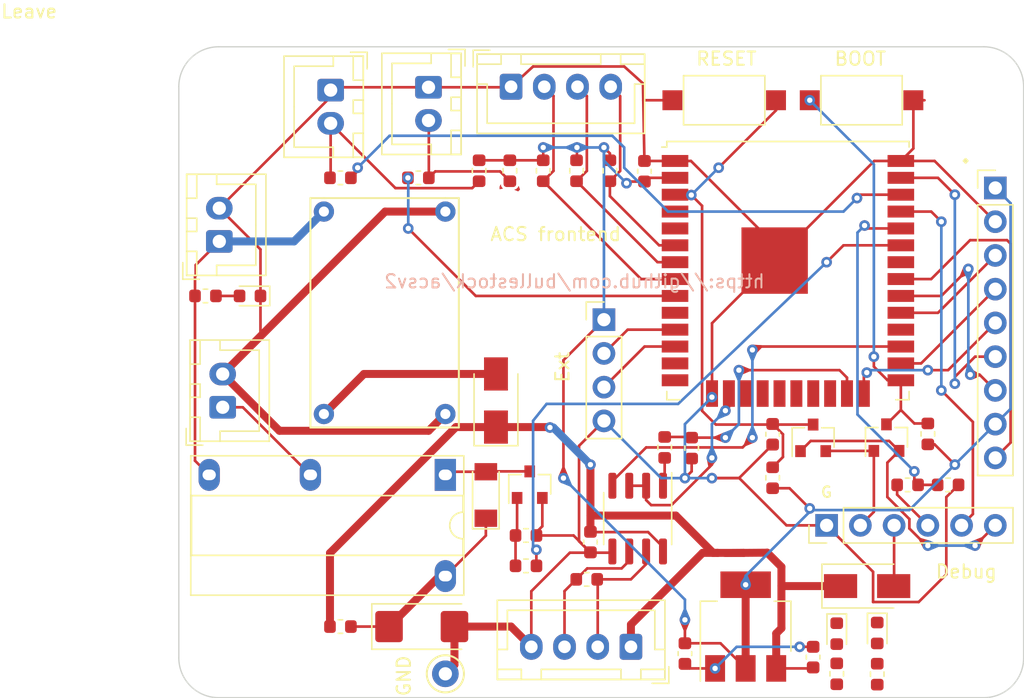
<source format=kicad_pcb>
(kicad_pcb (version 20230606) (generator pcbnew)
  (title_block (comment 4 "AISLER Project ID: VGQPMGNT"))
  (layers (0 "F.Cu" signal) (31 "B.Cu" signal) (34 "B.Paste" user) (35 "F.Paste" user) (36 "B.SilkS" user "B.Silkscreen") (37 "F.SilkS" user "F.Silkscreen") (38 "B.Mask" user) (39 "F.Mask" user) (44 "Edge.Cuts" user))
  (net 0 "")
  (net 1 "+5V")
  (net 2 "GND")
  (net 3 "BOOT")
  (net 4 "+3V3")
  (net 5 "RESET")
  (net 6 "Net-(D1-A)")
  (net 7 "Ext2")
  (net 8 "Ext1")
  (net 9 "Net-(J4-Pin_4)")
  (net 10 "Display_CS")
  (net 11 "Display_Reset")
  (net 12 "Net-(D2-K)")
  (net 13 "Net-(D2-A)")
  (net 14 "Display_SCK")
  (net 15 "Display_SDO")
  (net 16 "RTS")
  (net 17 "Net-(D3-A)")
  (net 18 "DTR")
  (net 19 "Net-(J5-Pin_2)")
  (net 20 "Net-(D4-A)")
  (net 21 "Net-(J5-Pin_3)")
  (net 22 "RX485")
  (net 23 "Relay")
  (net 26 "B3")
  (net 27 "B2")
  (net 28 "B1")
  (net 29 "B4")
  (net 33 "RTS485")
  (net 40 "TX485")
  (net 43 "Net-(D5-A)")
  (net 44 "Net-(U3-RO)")
  (net 45 "Net-(J7-Pin_2)")
  (net 46 "Net-(D6-A)")
  (net 47 "Net-(J2-Pin_1)")
  (net 48 "Display_A0{slash}DC")
  (net 49 "Display_SDA{slash}SDI")
  (net 50 "MCU_TX0")
  (net 51 "+12V")
  (net 52 "Net-(J9-Pin_2)")
  (net 53 "Net-(Q3-G)")
  (net 54 "MCU_RX0")
  (net 55 "Door")
  (footprint "RF_Module:ESP32-WROOM-32U" (layer "F.Cu") (at 83.956 77.851)
    (property "Reference" "U1" hide)
    (property "Value" "ESP32-WROOM-32" hide)
  )
  (footprint "Diode_SMD:D_MiniMELF" (layer "F.Cu") (at 61.214 94.742 90)
    (property "Reference" "D2" hide)
    (property "Value" "1N4148" hide)
  )
  (footprint "LED_SMD:LED_0603_1608Metric" (layer "F.Cu") (at 87.63 105.1815 -90)
    (property "Reference" "D5" hide)
    (property "Value" "LED" hide)
  )
  (footprint "Capacitor_Tantalum_SMD:CP_EIA-6032-28_Kemet-C" (layer "F.Cu") (at 56.388 104.648)
    (property "Reference" "C6" hide)
    (property "Value" "220u" hide)
  )
  (footprint "Diode_SMD:D_SMA" (layer "F.Cu") (at 61.976 87.63 90)
    (property "Reference" "D3" hide)
    (property "Value" "MBRA210LT3 " hide)
  )
  (footprint "Package_TO_SOT_SMD:SOT-23" (layer "F.Cu") (at 91.374 90.424 90)
    (property "Reference" "Q1" hide)
    (property "Value" "MMBT3904" hide)
  )
  (footprint "Resistor_SMD:R_0603_1608Metric" (layer "F.Cu") (at 56.134 70.866 180)
    (property "Reference" "R10" hide)
    (property "Value" "10k" hide)
  )
  (footprint "Resistor_SMD:R_0603_1608Metric" (layer "F.Cu") (at 40.1065 79.756)
    (property "Reference" "R16" hide)
    (property "Value" "10k" hide)
  )
  (footprint "Connector_PinHeader_2.54mm:PinHeader_1x09_P2.54mm_Vertical" (layer "F.Cu") (at 99.568 71.628)
    (property "Reference" "J3" hide)
    (property "Value" "Display4020" hide)
  )
  (footprint "Package_TO_SOT_SMD:SOT-223-3_TabPin2" (layer "F.Cu") (at 80.772 104.648 90)
    (property "Reference" "U2" hide)
    (property "Value" "AP1117-33" hide)
  )
  (footprint "Capacitor_SMD:C_0603_1608Metric" (layer "F.Cu") (at 82.804 90.17 -90)
    (property "Reference" "C2" hide)
    (property "Value" "100n" hide)
  )
  (footprint "Resistor_SMD:R_0603_1608Metric" (layer "F.Cu") (at 74.676 91.1605 90)
    (property "Reference" "R4" hide)
    (property "Value" "1k2" hide)
  )
  (footprint "Resistor_SMD:R_0603_1608Metric" (layer "F.Cu") (at 94.488 90.1445 -90)
    (property "Reference" "R12" hide)
    (property "Value" "10k" hide)
  )
  (footprint "Capacitor_SMD:C_0603_1608Metric" (layer "F.Cu") (at 76.2 106.68 -90)
    (property "Reference" "C5" hide)
    (property "Value" "10u" hide)
  )
  (footprint "TestPoint:TestPoint_Keystone_5000-5004_Miniature" (layer "F.Cu") (at 58.166 108.204)
    (property "Reference" "TP1" hide)
    (property "Value" "TestPoint" hide)
  )
  (footprint "Resistor_SMD:R_0603_1608Metric" (layer "F.Cu") (at 68.042 70.3325 -90)
    (property "Reference" "R7" hide)
    (property "Value" "1k" hide)
  )
  (footprint "LED_SMD:LED_0603_1608Metric" (layer "F.Cu") (at 43.4595 79.756 180)
    (property "Reference" "D4" hide)
    (property "Value" "LED" hide)
  )
  (footprint "Button_Switch_SMD:SW_SPST_CK_RS282G05A3" (layer "F.Cu") (at 89.498 65.024 180)
    (property "Reference" "SW2" hide)
    (property "Value" "SW_SPST" hide)
  )
  (footprint "Capacitor_SMD:C_0603_1608Metric" (layer "F.Cu") (at 73.152 70.371 90)
    (property "Reference" "C1" hide)
    (property "Value" "100n" hide)
  )
  (footprint "Resistor_SMD:R_0603_1608Metric" (layer "F.Cu") (at 92.964 93.98)
    (property "Reference" "R1" hide)
    (property "Value" "1k2" hide)
  )
  (footprint "Package_SO:SOIC-8_3.9x4.9mm_P1.27mm" (layer "F.Cu") (at 72.644 96.52 -90)
    (property "Reference" "U3" hide)
    (property "Value" "MAX485E" hide)
  )
  (footprint "Resistor_SMD:R_0603_1608Metric" (layer "F.Cu") (at 87.63 108.204 90)
    (property "Reference" "R17" hide)
    (property "Value" "2k7" hide)
  )
  (footprint "LED_SMD:LED_0603_1608Metric" (layer "F.Cu") (at 90.678 105.1305 -90)
    (property "Reference" "D6" hide)
    (property "Value" "LED" hide)
  )
  (footprint "Resistor_SMD:R_0603_1608Metric" (layer "F.Cu") (at 70.552 70.3325 -90)
    (property "Reference" "R6" hide)
    (property "Value" "1k" hide)
  )
  (footprint "Resistor_SMD:R_0603_1608Metric" (layer "F.Cu") (at 63.022 70.3325 -90)
    (property "Reference" "R9" hide)
    (property "Value" "1k" hide)
  )
  (footprint "Connector_JST:JST_XH_B2B-XH-A_1x02_P2.50mm_Vertical" (layer "F.Cu") (at 41.148 75.652 90)
    (property "Reference" "J8" hide)
    (property "Value" "Conn_01x02" hide)
  )
  (footprint "Resistor_SMD:R_0603_1608Metric" (layer "F.Cu") (at 60.706 70.3325 -90)
    (property "Reference" "R19" hide)
    (property "Value" "1k" hide)
  )
  (footprint "modules:DSN-MINI-360" (layer "F.Cu") (at 53.594 81.026 -90)
    (property "Reference" "U4" hide)
    (property "Value" "DSN-MINI-360" hide)
  )
  (footprint "Diode_SMD:D_SMA" (layer "F.Cu") (at 89.916 101.6)
    (property "Reference" "D1" hide)
    (property "Value" "MBRA210LT3 " hide)
  )
  (footprint "Resistor_SMD:R_0603_1608Metric" (layer "F.Cu") (at 50.2665 104.648 180)
    (property "Reference" "R15" hide)
    (property "Value" "4R7" hide)
  )
  (footprint "Connector_PinHeader_2.54mm:PinHeader_1x06_P2.54mm_Vertical" (layer "F.Cu") (at 86.868 97.028 90)
    (property "Reference" "J4" hide)
    (property "Value" "Debug" hide)
  )
  (footprint "Resistor_SMD:R_0603_1608Metric" (layer "F.Cu") (at 64.2365 97.79)
    (property "Reference" "R13" hide)
    (property "Value" "10K" hide)
  )
  (footprint "Capacitor_SMD:C_0603_1608Metric" (layer "F.Cu") (at 69.088 98.285 -90)
    (property "Reference" "C3" hide)
    (property "Value" "100n" hide)
  )
  (footprint "MountingHole:MountingHole_3.2mm_M3" (layer "F.Cu") (at 42 65)
    (property "Reference" "H1" hide)
    (property "Value" "MountingHole" hide)
  )
  (footprint "Connector_JST:JST_XH_B2B-XH-A_1x02_P2.50mm_Vertical" (layer "F.Cu") (at 49.53 64.262 -90)
    (property "Reference" "J9" hide)
    (property "Value" "Conn_01x02" hide)
  )
  (footprint "Capacitor_SMD:C_0603_1608Metric" (layer "F.Cu") (at 85.852 106.947 90)
    (property "Reference" "C4" hide)
    (property "Value" "1u" hide)
  )
  (footprint "Connector_JST:JST_XH_B4B-XH-A_1x04_P2.50mm_Vertical" (layer "F.Cu") (at 63.112 64.008)
    (property "Reference" "J6" hide)
    (property "Value" "Conn_01x04" hide)
  )
  (footprint "Connector_JST:JST_XH_B2B-XH-A_1x02_P2.50mm_Vertical" (layer "F.Cu") (at 56.896 64.048 -90)
    (property "Reference" "J7" hide)
    (property "Value" "Conn_01x02" hide)
  )
  (footprint "Package_TO_SOT_SMD:SOT-23" (layer "F.Cu") (at 85.852 90.44 90)
    (property "Reference" "Q2" hide)
    (property "Value" "MMBT3904" hide)
  )
  (footprint "MountingHole:MountingHole_3.2mm_M3" (layer "F.Cu") (at 98 65)
    (property "Reference" "H3" hide)
    (property "Value" "MountingHole" hide)
  )
  (footprint "modules:DIL-relay" (layer "F.Cu") (at 58.166 93.228 -90)
    (property "Reference" "K1" hide)
    (property "Value" "G6B-1114C-US5DC" hide)
  )
  (footprint "Resistor_SMD:R_0603_1608Metric" (layer "F.Cu") (at 64.2365 100.076)
    (property "Reference" "R14" hide)
    (property "Value" "1K" hide)
  )
  (footprint "Resistor_SMD:R_0603_1608Metric" (layer "F.Cu") (at 50.2665 70.866)
    (property "Reference" "R20" hide)
    (property "Value" "10k" hide)
  )
  (footprint "Package_TO_SOT_SMD:SOT-23" (layer "F.Cu") (at 64.516 93.964 90)
    (property "Reference" "Q3" hide)
    (property "Value" "BSS138" hide)
  )
  (footprint "Resistor_SMD:R_0603_1608Metric" (layer "F.Cu") (at 68.8085 101.092 180)
    (property "Reference" "R3" hide)
    (property "Value" "120" hide)
  )
  (footprint "Connector_JST:JST_XH_B2B-XH-A_1x02_P2.50mm_Vertical" (layer "F.Cu") (at 41.402 88.138 90)
    (property "Reference" "J2" hide)
    (property "Value" "CONN_01X02" hide)
  )
  (footprint "Resistor_SMD:R_0603_1608Metric" (layer "F.Cu") (at 76.708 91.2115 -90)
    (property "Reference" "R5" hide)
    (property "Value" "2k2" hide)
  )
  (footprint "Resistor_SMD:R_0603_1608Metric" (layer "F.Cu") (at 90.678 108.2295 90)
    (property "Reference" "R18" hide)
    (property "Value" "1k2" hide)
  )
  (footprint "Connector_JST:JST_XH_B4B-XH-A_1x04_P2.50mm_Vertical" (layer "F.Cu") (at 72.136 106.172 180)
    (property "Reference" "J5" hide)
    (property "Value" "RS485" hide)
  )
  (footprint "Button_Switch_SMD:SW_SPST_CK_RS282G05A3" (layer "F.Cu") (at 79.158 65.024)
    (property "Reference" "SW1" hide)
    (property "Value" "SW_SPST" hide)
  )
  (footprint "MountingHole:MountingHole_3.2mm_M3" (layer "F.Cu") (at 98 106)
    (property "Reference" "H4" hide)
    (property "Value" "MountingHole" hide)
  )
  (footprint "MountingHole:MountingHole_3.2mm_M3" (layer "F.Cu") (at 42 106)
    (property "Reference" "H2" hide)
    (property "Value" "MountingHole" hide)
  )
  (footprint "Resistor_SMD:R_0603_1608Metric" (layer "F.Cu") (at 96.012 93.98)
    (property "Reference" "R2" hide)
    (property "Value" "2k2" hide)
  )
  (footprint "Resistor_SMD:R_0603_1608Metric" (layer "F.Cu") (at 65.532 70.3325 -90)
    (property "Reference" "R8" hide)
    (property "Value" "1k" hide)
  )
  (footprint "Connector_PinHeader_2.54mm:PinHeader_1x04_P2.54mm_Vertical" (layer "F.Cu") (at 70.104 81.544)
    (property "Reference" "J1" hide)
    (property "Value" "Ext" hide)
  )
  (footprint "Resistor_SMD:R_0603_1608Metric" (layer "F.Cu") (at 82.804 93.4465 90)
    (property "Reference" "R11" hide)
    (property "Value" "10k" hide)
  )
  (gr_line (start 101.7 107) (end 101.7 64) (stroke (width 0.1)) (layer "Edge.Cuts"))
  (gr_line (start 98.7 61) (end 41.1 61) (stroke (width 0.1)) (layer "Edge.Cuts"))
  (gr_arc (start 41.1 110) (mid 38.978677 109.121323) (end 38.1 107) (stroke (width 0.1)) (layer "Edge.Cuts"))
  (gr_arc (start 98.7 61) (mid 100.82132 61.87868) (end 101.7 64) (stroke (width 0.1)) (layer "Edge.Cuts"))
  (gr_arc (start 38.1 64) (mid 38.978677 61.878677) (end 41.1 61) (stroke (width 0.1)) (layer "Edge.Cuts"))
  (gr_line (start 38.1 64) (end 38.1 107) (stroke (width 0.1)) (layer "Edge.Cuts"))
  (gr_line (start 41.1 110) (end 98.7 110) (stroke (width 0.1)) (layer "Edge.Cuts"))
  (gr_arc (start 101.7 107) (mid 100.82132 109.12132) (end 98.7 110) (stroke (width 0.1)) (layer "Edge.Cuts"))
  (gr_text "https://github.com/bullestock/acsv2" (at 82.296 79.248 0) (layer "B.SilkS") (effects (font (size 1 1)) (justify left bottom mirror)))
  (gr_text "GND" (at 55.626 109.982 90) (layer "F.SilkS") (effects (font (size 1 1)) (justify left bottom)))
  (gr_text "Leave" (at 24.638 58.928 0) (layer "F.SilkS") (effects (font (size 1 1)) (justify left bottom)))
  (gr_text "Ext" (at 67.564 86.36 90) (layer "F.SilkS") (effects (font (size 1 1)) (justify left bottom)))
  (gr_text "." (at 96.52 70.104 0) (layer "F.SilkS") (effects (font (size 3 3)) (justify left bottom)))
  (gr_text "Debug" (at 94.996 101.092 0) (layer "F.SilkS") (effects (font (size 1 1)) (justify left bottom)))
  (gr_text "BOOT" (at 87.376 62.484 0) (layer "F.SilkS") (effects (font (size 1 1)) (justify left bottom)))
  (gr_text "RESET" (at 76.962 62.484 0) (layer "F.SilkS") (effects (font (size 1 1)) (justify left bottom)))
  (gr_text "G" (at 86.36 94.996 0) (layer "F.SilkS") (effects (font (size 0.8 0.8)) (justify left bottom)))
  (gr_text "ACS frontend" (at 61.468 75.692 0) (layer "F.SilkS") (effects (font (size 1 1)) (justify left bottom)))
  (segment (start 83.4898 101.6) (end 83.4644 101.5746) (width 0.2) (layer "F.Cu") (net 1))
  (segment (start 75.5142 96.2914) (end 69.088 96.2914) (width 0.6) (layer "F.Cu") (net 1))
  (segment (start 83.4644 100.1522) (end 82.3976 99.0854) (width 0.6) (layer "F.Cu") (net 1))
  (segment (start 78.6638 99.099739) (end 78.322539 99.099739) (width 0.6) (layer "F.Cu") (net 1))
  (segment (start 83.4644 104.775) (end 83.4644 101.5746) (width 0.6) (layer "F.Cu") (net 1))
  (segment (start 49.479 99.110962) (end 49.479 104.648) (width 0.6) (layer "F.Cu") (net 1))
  (segment (start 69.088 97.536) (end 73.430689 97.536) (width 0.2) (layer "F.Cu") (net 1))
  (segment (start 82.3976 99.0854) (end 80.6196 99.099739) (width 0.6) (layer "F.Cu") (net 1))
  (segment (start 69.088 96.2914) (end 69.088 92.456) (width 0.6) (layer "F.Cu") (net 1))
  (segment (start 74.549 98.654311) (end 74.549 98.995) (width 0.2) (layer "F.Cu") (net 1))
  (segment (start 61.976 89.63) (end 58.959962 89.63) (width 0.6) (layer "F.Cu") (net 1))
  (segment (start 85.776 107.798) (end 83.072 107.798) (width 0.2) (layer "F.Cu") (net 1))
  (segment (start 80.6196 99.099739) (end 78.6638 99.099739) (width 0.6) (layer "F.Cu") (net 1))
  (segment (start 80.6196 99.099739) (end 79.248 99.1108) (width 0.6) (layer "F.Cu") (net 1))
  (segment (start 85.852 107.722) (end 85.776 107.798) (width 0.2) (layer "F.Cu") (net 1))
  (segment (start 87.916 101.6) (end 83.4898 101.6) (width 0.6) (layer "F.Cu") (net 1))
  (segment (start 58.959962 89.63) (end 49.479 99.110962) (width 0.6) (layer "F.Cu") (net 1))
  (segment (start 83.4644 104.775) (end 83.072 105.1674) (width 0.6) (layer "F.Cu") (net 1))
  (segment (start 61.976 89.63) (end 66.008 89.63) (width 0.6) (layer "F.Cu") (net 1))
  (segment (start 66.008 89.63) (end 66.04 89.662) (width 0.6) (layer "F.Cu") (net 1))
  (segment (start 73.430689 97.536) (end 74.549 98.654311) (width 0.2) (layer "F.Cu") (net 1))
  (segment (start 77.531861 99.099739) (end 72.136 104.4956) (width 0.6) (layer "F.Cu") (net 1))
  (segment (start 83.4644 101.5746) (end 83.4644 100.1522) (width 0.6) (layer "F.Cu") (net 1))
  (segment (start 69.088 97.536) (end 69.088 96.2914) (width 0.6) (layer "F.Cu") (net 1))
  (segment (start 72.136 104.4956) (end 72.136 106.172) (width 0.6) (layer "F.Cu") (net 1))
  (segment (start 78.322539 99.099739) (end 75.5142 96.2914) (width 0.6) (layer "F.Cu") (net 1))
  (segment (start 83.072 105.1674) (end 83.072 107.798) (width 0.6) (layer "F.Cu") (net 1))
  (segment (start 78.6638 99.099739) (end 77.531861 99.099739) (width 0.6) (layer "F.Cu") (net 1))
  (via (at 69.088 92.456) (size 0.8) (drill 0.4) (layers "F.Cu" "B.Cu") (net 1))
  (via (at 66.04 89.662) (size 0.8) (drill 0.4) (layers "F.Cu" "B.Cu") (net 1))
  (segment (start 66.294 89.662) (end 69.088 92.456) (width 0.6) (layer "B.Cu") (net 1))
  (segment (start 66.04 89.662) (end 66.294 89.662) (width 0.6) (layer "B.Cu") (net 1))
  (segment (start 71.628 62.484) (end 64.77 62.484) (width 0.2) (layer "F.Cu") (net 2))
  (segment (start 92.456 69.596) (end 90.456 69.596) (width 0.2) (layer "F.Cu") (net 2))
  (segment (start 73.040258 63.754) (end 71.628 62.484) (width 0.2) (layer "F.Cu") (net 2))
  (segment (start 90.456 69.596) (end 82.956 77.096) (width 0.2) (layer "F.Cu") (net 2))
  (segment (start 90.3665 100.5265) (end 86.868 97.028) (width 0.2) (layer "F.Cu") (net 2))
  (segment (start 65.024 97.536) (end 65.466 97.094) (width 0.2) (layer "F.Cu") (net 2))
  (segment (start 80.277 93.472) (end 78.232 93.472) (width 0.2) (layer "F.Cu") (net 2))
  (segment (start 63.072 64.048) (end 63.112 64.008) (width 0.2) (layer "F.Cu") (net 2))
  (segment (start 69.088 99.086) (end 67.538 99.086) (width 0.2) (layer "F.Cu") (net 2))
  (segment (start 99.568 74.168) (end 94.996 69.596) (width 0.2) (layer "F.Cu") (net 2))
  (segment (start 69.088 99.086) (end 70.648 99.086) (width 0.2) (layer "F.Cu") (net 2))
  (segment (start 76.543 107.798) (end 76.2 107.455) (width 0.2) (layer "F.Cu") (net 2))
  (segment (start 78.472 107.798) (end 76.543 107.798) (width 0.2) (layer "F.Cu") (net 2))
  (segment (start 68.230522 98.228522) (end 69.088 99.086) (width 0.2) (layer "F.Cu") (net 2))
  (segment (start 68.230522 91.037478) (end 68.230522 98.228522) (width 0.2) (layer "F.Cu") (net 2))
  (segment (start 67.818 97.79) (end 69.088 99.06) (width 0.2) (layer "F.Cu") (net 2))
  (segment (start 76.708 92.964) (end 76.2 93.472) (width 0.2) (layer "F.Cu") (net 2))
  (segment (start 80.29 93.472) (end 78.232 93.472) (width 0.2) (layer "F.Cu") (net 2))
  (segment (start 78.241 87.367) (end 78.232 87.376) (width 0.2) (layer "F.Cu") (net 2))
  (segment (start 85.852 106.172) (end 84.836 106.172) (width 0.2) (layer "F.Cu") (net 2))
  (segment (start 90.3665 102.7995) (end 90.3665 100.5265) (width 0.2) (layer "F.Cu") (net 2))
  (segment (start 44.247 82.793) (end 41.402 85.638) (width 0.2) (layer "F.Cu") (net 2))
  (segment (start 76.656 69.596) (end 82.956 75.896) (width 0.2) (layer "F.Cu") (net 2))
  (segment (start 63.112 64.008) (end 62.738 64.008) (width 0.2) (layer "F.Cu") (net 2))
  (segment (start 75.258 65.024) (end 73.06455 65.024) (width 0.2) (layer "F.Cu") (net 2))
  (segment (start 96.7995 93.98) (end 95.8785 94.901) (width 0.2) (layer "F.Cu") (net 2))
  (segment (start 58.8505 107.5195) (end 58.166 108.204) (width 0.6) (layer "F.Cu") (net 2))
  (segment (start 83.846 97.028) (end 86.868 97.028) (width 0.2) (layer "F.Cu") (net 2))
  (segment (start 73.152 69.596) (end 75.456 69.596) (width 0.2) (layer "F.Cu") (net 2))
  (segment (start 70.648 99.086) (end 70.739 98.995) (width 0.2) (layer "F.Cu") (net 2))
  (segment (start 99.583 74.183) (end 99.568 74.168) (width 0.2) (layer "F.Cu") (net 2))
  (segment (start 49.744 64.048) (end 49.53 64.262) (width 0.2) (layer "F.Cu") (net 2))
  (segment (start 76.708 91.999) (end 76.708 92.964) (width 0.2) (layer "F.Cu") (net 2))
  (segment (start 78.241 87.106) (end 78.241 87.367) (width 0.2) (layer "F.Cu") (net 2))
  (segment (start 82.804 90.945) (end 80.277 93.472) (width 0.2) (layer "F.Cu") (net 2))
  (segment (start 93.7965 102.7995) (end 90.3665 102.7995) (width 0.2) (layer "F.Cu") (net 2))
  (segment (start 49.53 64.77) (end 41.148 73.152) (width 0.2) (layer "F.Cu") (net 2))
  (segment (start 67.538 99.086) (end 64.636 101.988) (width 0.2) (layer "F.Cu") (net 2))
  (segment (start 80.29 93.472) (end 83.846 97.028) (width 0.2) (layer "F.Cu") (net 2))
  (segment (start 44.247 79.756) (end 44.247 82.793) (width 0.2) (layer "F.Cu") (net 2))
  (segment (start 70.104 89.164) (end 68.230522 91.037478) (width 0.2) (layer "F.Cu") (net 2))
  (segment (start 65.466 97.094) (end 65.466 94.964) (width 0.2) (layer "F.Cu") (net 2))
  (segment (start 58.166 73.406) (end 53.634 73.406) (width 0.6) (layer "F.Cu") (net 2))
  (segment (start 78.241 81.811) (end 82.956 77.096) (width 0.2) (layer "F.Cu") (net 2))
  (segment (start 94.996 69.596) (end 92.456 69.596) (width 0.2) (layer "F.Cu") (net 2))
  (segment (start 58.8505 104.648) (end 63.112 104.648) (width 0.6) (layer "F.Cu") (net 2))
  (segment (start 95.8785 94.901) (end 95.8785 100.7175) (width 0.2) (layer "F.Cu") (net 2))
  (segment (start 64.77 62.484) (end 63.112 64.008) (width 0.2) (layer "F.Cu") (net 2))
  (segment (start 58.8505 104.648) (end 58.8505 107.5195) (width 0.6) (layer "F.Cu") (net 2))
  (segment (start 58.166 88.646) (end 56.904 89.908) (width 0.6) (layer "F.Cu") (net 2))
  (segment (start 44.247 76.251) (end 41.148 73.152) (width 0.2) (layer "F.Cu") (net 2))
  (segment (start 45.672 89.908) (end 41.402 85.638) (width 0.6) (layer "F.Cu") (net 2))
  (segment (start 65.024 97.79) (end 67.818 97.79) (width 0.2) (layer "F.Cu") (net 2))
  (segment (start 56.896 64.048) (end 63.072 64.048) (width 0.2) (layer "F.Cu") (net 2))
  (segment (start 44.247 79.756) (end 44.247 76.251) (width 0.2) (layer "F.Cu") (net 2))
  (segment (start 73.06455 65.024) (end 73.040258 63.754) (width 0.2) (layer "F.Cu") (net 2))
  (segment (start 93.398 65.024) (end 93.398 68.654) (width 0.2) (layer "F.Cu") (net 2))
  (segment (start 75.456 69.596) (end 76.656 69.596) (width 0.2) (layer "F.Cu") (net 2))
  (segment (start 93.398 65.024) (end 94.234 65.024) (width 0.2) (layer "F.Cu") (net 2))
  (segment (start 93.398 68.654) (end 92.456 69.596) (width 0.2) (layer "F.Cu") (net 2))
  (segment (start 73.152 69.596) (end 73.06455 65.024) (width 0.2) (layer "F.Cu") (net 2))
  (segment (start 63.112 104.648) (end 64.636 106.172) (width 0.6) (layer "F.Cu") (net 2))
  (segment (start 95.8785 100.7175) (end 93.7965 102.7995) (width 0.2) (layer "F.Cu") (net 2))
  (segment (start 64.636 101.988) (end 64.636 106.172) (width 0.2) (layer "F.Cu") (net 2))
  (segment (start 82.956 75.896) (end 82.956 77.096) (width 0.2) (layer "F.Cu") (net 2))
  (segment (start 56.904 89.908) (end 45.672 89.908) (width 0.6) (layer "F.Cu") (net 2))
  (segment (start 56.896 64.048) (end 49.744 64.048) (width 0.2) (layer "F.Cu") (net 2))
  (segment (start 65.024 97.79) (end 65.024 97.536) (width 0.2) (layer "F.Cu") (net 2))
  (segment (start 78.241 87.106) (end 78.241 81.811) (width 0.2) (layer "F.Cu") (net 2))
  (segment (start 53.634 73.406) (end 41.402 85.638) (width 0.6) (layer "F.Cu") (net 2))
  (segment (start 49.53 64.262) (end 49.53 64.77) (width 0.2) (layer "F.Cu") (net 2))
  (via (at 78.232 87.376) (size 0.8) (drill 0.4) (layers "F.Cu" "B.Cu") (net 2))
  (via (at 84.836 106.172) (size 0.8) (drill 0.4) (layers "F.Cu" "B.Cu") (net 2))
  (via (at 78.232 93.472) (size 0.8) (drill 0.4) (layers "F.Cu" "B.Cu") (net 2))
  (via (at 76.2 93.472) (size 0.8) (drill 0.4) (layers "F.Cu" "B.Cu") (net 2))
  (via (at 78.472 107.798) (size 0.8) (drill 0.4) (layers "F.Cu" "B.Cu") (net 2))
  (segment (start 80.098 106.172) (end 78.472 107.798) (width 0.2) (layer "B.Cu") (net 2))
  (segment (start 78.232 93.472) (end 76.2 93.472) (width 0.2) (layer "B.Cu") (net 2))
  (segment (start 76.2 89.408) (end 76.2 93.472) (width 0.2) (layer "B.Cu") (net 2))
  (segment (start 84.836 106.172) (end 80.098 106.172) (width 0.2) (layer "B.Cu") (net 2))
  (segment (start 78.232 87.376) (end 76.2 89.408) (width 0.2) (layer "B.Cu") (net 2))
  (segment (start 74.412 93.472) (end 70.104 89.164) (width 0.2) (layer "B.Cu") (net 2))
  (segment (start 76.2 93.472) (end 74.412 93.472) (width 0.2) (layer "B.Cu") (net 2))
  (segment (start 92.456 86.106) (end 91.456 86.106) (width 0.2) (layer "F.Cu") (net 3))
  (segment (start 94.488 89.357) (end 93.471 89.357) (width 0.2) (layer "F.Cu") (net 3))
  (segment (start 91.456 86.106) (end 90.424 85.074) (width 0.2) (layer "F.Cu") (net 3))
  (segment (start 92.456 88.342) (end 91.374 89.424) (width 0.2) (layer "F.Cu") (net 3))
  (segment (start 90.424 85.074) (end 90.424 84.328) (width 0.2) (layer "F.Cu") (net 3))
  (segment (start 93.471 89.357) (end 92.456 88.342) (width 0.2) (layer "F.Cu") (net 3))
  (segment (start 92.456 86.106) (end 92.456 88.342) (width 0.2) (layer "F.Cu") (net 3))
  (via (at 90.424 84.328) (size 0.8) (drill 0.4) (layers "F.Cu" "B.Cu") (net 3))
  (via (at 85.598 65.024) (size 0.8) (drill 0.4) (layers "F.Cu" "B.Cu") (net 3))
  (segment (start 90.424 84.328) (end 90.424 69.85) (width 0.2) (layer "B.Cu") (net 3))
  (segment (start 90.424 69.85) (end 85.598 65.024) (width 0.2) (layer "B.Cu") (net 3))
  (segment (start 73.152 71.146) (end 71.927564 71.146) (width 0.2) (layer "F.Cu") (net 4))
  (segment (start 84.074 94.234) (end 85.594089 95.754089) (width 0.2) (layer "F.Cu") (net 4))
  (segment (start 70.552 69.545) (end 70.552 69.028) (width 0.2) (layer "F.Cu") (net 4))
  (segment (start 68.072 69.515) (end 68.042 69.545) (width 0.2) (layer "F.Cu") (net 4))
  (segment (start 76.2 104.14) (end 76.2 105.905) (width 0.2) (layer "F.Cu") (net 4))
  (segment (start 70.104 81.544) (end 67.056 84.592) (width 0.2) (layer "F.Cu") (net 4))
  (segment (start 65.532 69.545) (end 65.532 68.58) (width 0.2) (layer "F.Cu") (net 4))
  (segment (start 78.879 105.905) (end 80.772 107.798) (width 0.2) (layer "F.Cu") (net 4))
  (segment (start 82.804 94.234) (end 84.074 94.234) (width 0.2) (layer "F.Cu") (net 4))
  (segment (start 63.022 69.545) (end 65.532 69.545) (width 0.2) (layer "F.Cu") (net 4))
  (segment (start 60.706 69.545) (end 63.022 69.545) (width 0.2) (layer "F.Cu") (net 4))
  (segment (start 99.583 71.643) (end 99.568 71.628) (width 0.2) (layer "F.Cu") (net 4))
  (segment (start 80.772 107.798) (end 80.772 101.498) (width 0.6) (layer "F.Cu") (net 4))
  (segment (start 73.432 70.866) (end 75.456 70.866) (width 0.2) (layer "F.Cu") (net 4))
  (segment (start 70.552 69.028) (end 70.104 68.58) (width 0.2) (layer "F.Cu") (net 4))
  (segment (start 76.2 105.905) (end 78.879 105.905) (width 0.2) (layer "F.Cu") (net 4))
  (segment (start 71.927564 71.146) (end 71.803807 71.269757) (width 0.2) (layer "F.Cu") (net 4))
  (segment (start 67.056 84.592) (end 67.056 93.472) (width 0.2) (layer "F.Cu") (net 4))
  (segment (start 68.072 68.58) (end 68.072 69.515) (width 0.2) (layer "F.Cu") (net 4))
  (segment (start 73.152 71.146) (end 73.432 70.866) (width 0.2) (layer "F.Cu") (net 4))
  (segment (start 73.152 71.146) (end 73.152 71.130142) (width 0.2) (layer "F.Cu") (net 4))
  (segment (start 94.996 90.932) (end 96.52 92.456) (width 0.2) (layer "F.Cu") (net 4))
  (segment (start 94.488 90.932) (end 94.996 90.932) (width 0.2) (layer "F.Cu") (net 4))
  (via (at 80.772 101.498) (size 0.8) (drill 0.4) (layers "F.Cu" "B.Cu") (net 4))
  (via (at 76.2 104.14) (size 0.8) (drill 0.4) (layers "F.Cu" "B.Cu") (net 4))
  (via (at 71.803807 71.269757) (size 0.8) (drill 0.4) (layers "F.Cu" "B.Cu") (net 4))
  (via (at 70.104 68.58) (size 0.8) (drill 0.4) (layers "F.Cu" "B.Cu") (net 4))
  (via (at 85.594089 95.754089) (size 0.8) (drill 0.4) (layers "F.Cu" "B.Cu") (net 4))
  (via (at 65.532 68.58) (size 0.8) (drill 0.4) (layers "F.Cu" "B.Cu") (net 4))
  (via (at 67.056 93.472) (size 0.8) (drill 0.4) (layers "F.Cu" "B.Cu") (net 4))
  (via (at 68.072 68.58) (size 0.8) (drill 0.4) (layers "F.Cu" "B.Cu") (net 4))
  (via (at 96.52 92.456) (size 0.8) (drill 0.4) (layers "F.Cu" "B.Cu") (net 4))
  (segment (start 67.056 93.472) (end 76.2 102.616) (width 0.2) (layer "B.Cu") (net 4))
  (segment (start 85.7185 95.8785) (end 80.772 100.825) (width 0.2) (layer "B.Cu") (net 4))
  (segment (start 65.532 68.58) (end 68.072 68.58) (width 0.2) (layer "B.Cu") (net 4))
  (segment (start 96.52 92.456) (end 93.0975 95.8785) (width 0.2) (layer "B.Cu") (net 4))
  (segment (start 99.568 71.628) (end 100.7175 72.7775) (width 0.2) (layer "B.Cu") (net 4))
  (segment (start 70.104 68.58) (end 68.072 68.58) (width 0.2) (layer "B.Cu") (net 4))
  (segment (start 93.0975 95.8785) (end 85.7185 95.8785) (width 0.2) (layer "B.Cu") (net 4))
  (segment (start 76.2 102.616) (end 76.2 104.14) (width 0.2) (layer "B.Cu") (net 4))
  (segment (start 70.104 81.544) (end 70.104 68.58) (width 0.2) (layer "B.Cu") (net 4))
  (segment (start 100.7175 88.2585) (end 99.568 89.408) (width 0.2) (layer "B.Cu") (net 4))
  (segment (start 80.772 100.825) (end 80.772 101.498) (width 0.2) (layer "B.Cu") (net 4))
  (segment (start 99.568 89.408) (end 96.52 92.456) (width 0.2) (layer "B.Cu") (net 4))
  (segment (start 100.7175 72.7775) (end 100.7175 88.2585) (width 0.2) (layer "B.Cu") (net 4))
  (segment (start 70.104 68.58) (end 70.104 69.56995) (width 0.2) (layer "B.Cu") (net 4))
  (segment (start 70.104 69.56995) (end 71.803807 71.269757) (width 0.2) (layer "B.Cu") (net 4))
  (segment (start 76.656 72.136) (end 77.4915 72.9715) (width 0.2) (layer "F.Cu") (net 5))
  (segment (start 83.058 65.786) (end 78.74 70.104) (width 0.2) (layer "F.Cu") (net 5))
  (segment (start 83.058 65.024) (end 83.058 65.786) (width 0.2) (layer "F.Cu") (net 5))
  (segment (start 83.579 91.884) (end 83.579 90.17) (width 0.2) (layer "F.Cu") (net 5))
  (segment (start 83.579 90.17) (end 82.804 89.395) (width 0.2) (layer "F.Cu") (net 5))
  (segment (start 75.456 72.136) (end 76.656 72.136) (width 0.2) (layer "F.Cu") (net 5))
  (segment (start 77.4915 72.9715) (end 77.4915 88.4055) (width 0.2) (layer "F.Cu") (net 5))
  (segment (start 77.4915 88.4055) (end 78.526 89.44) (width 0.2) (layer "F.Cu") (net 5))
  (segment (start 82.804 92.659) (end 83.579 91.884) (width 0.2) (layer "F.Cu") (net 5))
  (segment (start 78.526 89.44) (end 85.852 89.44) (width 0.2) (layer "F.Cu") (net 5))
  (via (at 78.74 70.104) (size 0.8) (drill 0.4) (layers "F.Cu" "B.Cu") (net 5))
  (via (at 76.682 72.162) (size 0.8) (drill 0.4) (layers "F.Cu" "B.Cu") (net 5))
  (segment (start 78.74 70.104) (end 76.682 72.162) (width 0.2) (layer "B.Cu") (net 5))
  (segment (start 91.948 101.568) (end 91.916 101.6) (width 0.2) (layer "F.Cu") (net 6))
  (segment (start 91.948 97.028) (end 91.948 101.568) (width 0.2) (layer "F.Cu") (net 6))
  (segment (start 75.456 82.296) (end 71.892 82.296) (width 0.2) (layer "F.Cu") (net 7))
  (segment (start 71.892 82.296) (end 70.104 84.084) (width 0.2) (layer "F.Cu") (net 7))
  (segment (start 73.162 83.566) (end 70.104 86.624) (width 0.2) (layer "F.Cu") (net 8))
  (segment (start 75.456 83.566) (end 73.162 83.566) (width 0.2) (layer "F.Cu") (net 8))
  (segment (start 92.1765 94.7165) (end 94.488 97.028) (width 0.2) (layer "F.Cu") (net 9))
  (segment (start 92.1765 93.98) (end 92.1765 94.7165) (width 0.2) (layer "F.Cu") (net 9))
  (segment (start 99.568 76.708) (end 95.25 81.026) (width 0.2) (layer "F.Cu") (net 10))
  (segment (start 95.25 81.026) (end 92.456 81.026) (width 0.2) (layer "F.Cu") (net 10))
  (segment (start 93.98 84.836) (end 99.568 79.248) (width 0.2) (layer "F.Cu") (net 11))
  (segment (start 92.456 84.836) (end 93.98 84.836) (width 0.2) (layer "F.Cu") (net 11))
  (segment (start 58.166 100.848) (end 57.7255 100.848) (width 0.6) (layer "F.Cu") (net 12))
  (segment (start 51.054 104.648) (end 53.9255 104.648) (width 0.2) (layer "F.Cu") (net 12))
  (segment (start 57.7255 100.848) (end 53.9255 104.648) (width 0.6) (layer "F.Cu") (net 12))
  (segment (start 61.214 96.492) (end 61.214 97.8) (width 0.2) (layer "F.Cu") (net 12))
  (segment (start 61.214 97.8) (end 58.166 100.848) (width 0.2) (layer "F.Cu") (net 12))
  (segment (start 61.242 92.964) (end 61.214 92.992) (width 0.2) (layer "F.Cu") (net 13))
  (segment (start 58.402 92.992) (end 58.166 93.228) (width 0.2) (layer "F.Cu") (net 13))
  (segment (start 61.214 92.992) (end 58.402 92.992) (width 0.2) (layer "F.Cu") (net 13))
  (segment (start 64.516 92.964) (end 61.242 92.964) (width 0.2) (layer "F.Cu") (net 13))
  (segment (start 98.380372 85.680372) (end 97.680872 85.680372) (width 0.2) (layer "F.Cu") (net 14))
  (segment (start 97.536 77.724) (end 95.504 79.756) (width 0.2) (layer "F.Cu") (net 14))
  (segment (start 99.568 86.868) (end 98.380372 85.680372) (width 0.2) (layer "F.Cu") (net 14))
  (segment (start 95.504 79.756) (end 92.456 79.756) (width 0.2) (layer "F.Cu") (net 14))
  (via (at 97.536 77.724) (size 0.8) (drill 0.4) (layers "F.Cu" "B.Cu") (net 14))
  (via (at 97.680872 85.680372) (size 0.8) (drill 0.4) (layers "F.Cu" "B.Cu") (net 14))
  (segment (start 97.536 85.5355) (end 97.680872 85.680372) (width 0.2) (layer "B.Cu") (net 14))
  (segment (start 97.536 77.724) (end 97.536 85.5355) (width 0.2) (layer "B.Cu") (net 14))
  (segment (start 97.6695 75.5585) (end 100.4505 75.5585) (width 0.2) (layer "F.Cu") (net 15))
  (segment (start 100.7175 75.8255) (end 100.7175 90.7985) (width 0.2) (layer "F.Cu") (net 15))
  (segment (start 100.7175 90.7985) (end 99.568 91.948) (width 0.2) (layer "F.Cu") (net 15))
  (segment (start 100.4505 75.5585) (end 100.7175 75.8255) (width 0.2) (layer "F.Cu") (net 15))
  (segment (start 94.742 78.486) (end 97.6695 75.5585) (width 0.2) (layer "F.Cu") (net 15))
  (segment (start 92.456 78.486) (end 94.742 78.486) (width 0.2) (layer "F.Cu") (net 15))
  (segment (start 86.818 91.424) (end 86.802 91.44) (width 0.2) (layer "F.Cu") (net 16))
  (segment (start 90.424 96.012) (end 89.408 97.028) (width 0.2) (layer "F.Cu") (net 16))
  (segment (start 90.424 91.424) (end 86.818 91.424) (width 0.2) (layer "F.Cu") (net 16))
  (segment (start 90.424 91.424) (end 90.424 96.012) (width 0.2) (layer "F.Cu") (net 16))
  (segment (start 52.038 85.63) (end 49.022 88.646) (width 0.6) (layer "F.Cu") (net 17))
  (segment (start 61.976 85.63) (end 52.038 85.63) (width 0.6) (layer "F.Cu") (net 17))
  (segment (start 85.6675 90.6745) (end 91.5745 90.6745) (width 0.2) (layer "F.Cu") (net 18))
  (segment (start 91.4395 92.3085) (end 91.4395 94.893861) (width 0.2) (layer "F.Cu") (net 18))
  (segment (start 84.902 91.44) (end 85.6675 90.6745) (width 0.2) (layer "F.Cu") (net 18))
  (segment (start 94.386361 98.552) (end 94.488 98.552) (width 0.2) (layer "F.Cu") (net 18))
  (segment (start 93.0975 96.551861) (end 93.0975 97.263139) (width 0.2) (layer "F.Cu") (net 18))
  (segment (start 92.324 91.424) (end 91.4395 92.3085) (width 0.2) (layer "F.Cu") (net 18))
  (segment (start 91.4395 94.893861) (end 93.0975 96.551861) (width 0.2) (layer "F.Cu") (net 18))
  (segment (start 91.5745 90.6745) (end 92.324 91.424) (width 0.2) (layer "F.Cu") (net 18))
  (segment (start 93.0975 97.263139) (end 94.386361 98.552) (width 0.2) (layer "F.Cu") (net 18))
  (segment (start 98.044 98.552) (end 99.568 97.028) (width 0.2) (layer "F.Cu") (net 18))
  (via (at 94.488 98.552) (size 0.8) (drill 0.4) (layers "F.Cu" "B.Cu") (net 18))
  (via (at 98.044 98.552) (size 0.8) (drill 0.4) (layers "F.Cu" "B.Cu") (net 18))
  (segment (start 94.488 98.552) (end 98.044 98.552) (width 0.2) (layer "B.Cu") (net 18))
  (segment (start 73.279 99.949) (end 73.279 98.995) (width 0.2) (layer "F.Cu") (net 19))
  (segment (start 69.596 101.092) (end 69.636 101.132) (width 0.2) (layer "F.Cu") (net 19))
  (segment (start 72.136 101.092) (end 73.279 99.949) (width 0.2) (layer "F.Cu") (net 19))
  (segment (start 69.596 101.092) (end 72.136 101.092) (width 0.2) (layer "F.Cu") (net 19))
  (segment (start 69.636 101.132) (end 69.636 106.172) (width 0.2) (layer "F.Cu") (net 19))
  (segment (start 40.894 79.756) (end 42.672 79.756) (width 0.2) (layer "F.Cu") (net 20))
  (segment (start 71.4345 100.2695) (end 72.009 99.695) (width 0.2) (layer "F.Cu") (net 21))
  (segment (start 68.8435 100.2695) (end 71.4345 100.2695) (width 0.2) (layer "F.Cu") (net 21))
  (segment (start 67.136 101.977) (end 67.136 106.172) (width 0.2) (layer "F.Cu") (net 21))
  (segment (start 68.021 101.092) (end 67.136 101.977) (width 0.2) (layer "F.Cu") (net 21))
  (segment (start 68.021 101.092) (end 68.8435 100.2695) (width 0.2) (layer "F.Cu") (net 21))
  (segment (start 72.009 99.695) (end 72.009 98.995) (width 0.2) (layer "F.Cu") (net 21))
  (segment (start 88.401 85.906) (end 87.839 85.344) (width 0.2) (layer "F.Cu") (net 22))
  (segment (start 87.839 85.344) (end 80.264 85.344) (width 0.2) (layer "F.Cu") (net 22))
  (segment (start 76.657 90.373) (end 76.708 90.424) (width 0.2) (layer "F.Cu") (net 22))
  (segment (start 88.401 87.106) (end 88.401 85.906) (width 0.2) (layer "F.Cu") (net 22))
  (segment (start 74.676 90.373) (end 76.657 90.373) (width 0.2) (layer "F.Cu") (net 22))
  (segment (start 79.248 90.424) (end 76.708 90.424) (width 0.2) (layer "F.Cu") (net 22))
  (via (at 80.264 85.344) (size 0.8) (drill 0.4) (layers "F.Cu" "B.Cu") (net 22))
  (via (at 79.248 90.424) (size 0.8) (drill 0.4) (layers "F.Cu" "B.Cu") (net 22))
  (segment (start 80.264 89.408) (end 79.248 90.424) (width 0.2) (layer "B.Cu") (net 22))
  (segment (start 80.264 85.344) (end 80.264 89.408) (width 0.2) (layer "B.Cu") (net 22))
  (segment (start 65.018021 100.070021) (end 65.024 100.076) (width 0.2) (layer "F.Cu") (net 23))
  (segment (start 92.456 75.946) (end 88.138 75.946) (width 0.2) (layer "F.Cu") (net 23))
  (segment (start 88.138 75.946) (end 86.868 77.216) (width 0.2) (layer "F.Cu") (net 23))
  (segment (start 65.018021 98.8645) (end 65.018021 100.070021) (width 0.2) (layer "F.Cu") (net 23))
  (via (at 65.018021 98.8645) (size 0.8) (drill 0.4) (layers "F.Cu" "B.Cu") (net 23))
  (via (at 86.868 77.216) (size 0.8) (drill 0.4) (layers "F.Cu" "B.Cu") (net 23))
  (segment (start 64.77 98.616479) (end 65.018021 98.8645) (width 0.2) (layer "B.Cu") (net 23))
  (segment (start 75.692 87.884) (end 65.786 87.884) (width 0.2) (layer "B.Cu") (net 23))
  (segment (start 86.868 77.216) (end 75.692 87.884) (width 0.2) (layer "B.Cu") (net 23))
  (segment (start 65.786 87.884) (end 64.77 89.154) (width 0.2) (layer "B.Cu") (net 23))
  (segment (start 64.77 89.154) (end 64.77 98.616479) (width 0.2) (layer "B.Cu") (net 23))
  (segment (start 72.898 78.486) (end 65.532 71.12) (width 0.2) (layer "F.Cu") (net 26))
  (segment (start 66.3065 70.3455) (end 65.532 71.12) (width 0.2) (layer "F.Cu") (net 26))
  (segment (start 65.612 64.008) (end 66.3065 64.7025) (width 0.2) (layer "F.Cu") (net 26))
  (segment (start 66.3065 64.7025) (end 66.3065 70.3455) (width 0.2) (layer "F.Cu") (net 26))
  (segment (start 75.456 78.486) (end 72.898 78.486) (width 0.2) (layer "F.Cu") (net 26))
  (segment (start 74.138 77.216) (end 68.042 71.12) (width 0.2) (layer "F.Cu") (net 27))
  (segment (start 68.8165 64.7125) (end 68.8165 70.3455) (width 0.2) (layer "F.Cu") (net 27))
  (segment (start 68.8165 70.3455) (end 68.042 71.12) (width 0.2) (layer "F.Cu") (net 27))
  (segment (start 75.456 77.216) (end 74.138 77.216) (width 0.2) (layer "F.Cu") (net 27))
  (segment (start 68.112 64.008) (end 68.8165 64.7125) (width 0.2) (layer "F.Cu") (net 27))
  (segment (start 71.3265 70.3455) (end 70.552 71.12) (width 0.2) (layer "F.Cu") (net 28))
  (segment (start 71.3265 64.7225) (end 71.3265 70.3455) (width 0.2) (layer "F.Cu") (net 28))
  (segment (start 70.612 64.008) (end 71.3265 64.7225) (width 0.2) (layer "F.Cu") (net 28))
  (segment (start 70.552 71.12) (end 70.552 72.242) (width 0.2) (layer "F.Cu") (net 28))
  (segment (start 70.552 72.242) (end 74.256 75.946) (width 0.2) (layer "F.Cu") (net 28))
  (segment (start 74.256 75.946) (end 75.456 75.946) (width 0.2) (layer "F.Cu") (net 28))
  (segment (start 60.452 79.756) (end 55.372 74.676) (width 0.2) (layer "F.Cu") (net 29))
  (segment (start 75.456 79.756) (end 60.452 79.756) (width 0.2) (layer "F.Cu") (net 29))
  (via (at 55.372 74.676) (size 0.8) (drill 0.4) (layers "F.Cu" "B.Cu") (net 29))
  (via (at 55.3465 70.866) (size 0.8) (drill 0.4) (layers "F.Cu" "B.Cu") (net 29))
  (segment (start 55.372 70.8915) (end 55.3465 70.866) (width 0.2) (layer "B.Cu") (net 29))
  (segment (start 55.372 74.676) (end 55.372 70.8915) (width 0.2) (layer "B.Cu") (net 29))
  (segment (start 75.184 95.504) (end 73.66 95.504) (width 0.2) (layer "F.Cu") (net 33))
  (segment (start 79.511 87.106) (end 79.511 88.129) (width 0.2) (layer "F.Cu") (net 33))
  (segment (start 73.279 95.123) (end 73.279 94.045) (width 0.2) (layer "F.Cu") (net 33))
  (segment (start 73.66 95.504) (end 73.279 95.123) (width 0.2) (layer "F.Cu") (net 33))
  (segment (start 78.232 91.948) (end 78.232 92.456) (width 0.2) (layer "F.Cu") (net 33))
  (segment (start 73.279 94.045) (end 72.009 94.045) (width 0.2) (layer "F.Cu") (net 33))
  (segment (start 78.232 92.456) (end 75.184 95.504) (width 0.2) (layer "F.Cu") (net 33))
  (segment (start 79.511 88.129) (end 79.248 88.392) (width 0.2) (layer "F.Cu") (net 33))
  (via (at 79.248 88.392) (size 0.8) (drill 0.4) (layers "F.Cu" "B.Cu") (net 33))
  (via (at 78.232 91.948) (size 0.8) (drill 0.4) (layers "F.Cu" "B.Cu") (net 33))
  (segment (start 79.248 88.392) (end 78.232 89.408) (width 0.2) (layer "B.Cu") (net 33))
  (segment (start 78.232 89.408) (end 78.232 91.948) (width 0.2) (layer "B.Cu") (net 33))
  (segment (start 81.534 83.566) (end 92.456 83.566) (width 0.2) (layer "F.Cu") (net 40))
  (segment (start 70.739 93.704311) (end 73.282311 91.161) (width 0.2) (layer "F.Cu") (net 40))
  (segment (start 81.28 83.82) (end 81.534 83.566) (width 0.2) (layer "F.Cu") (net 40))
  (segment (start 73.282311 91.161) (end 80.543 91.161) (width 0.2) (layer "F.Cu") (net 40))
  (segment (start 70.739 94.045) (end 70.739 93.704311) (width 0.2) (layer "F.Cu") (net 40))
  (segment (start 80.543 91.161) (end 81.28 90.424) (width 0.2) (layer "F.Cu") (net 40))
  (via (at 81.28 83.82) (size 0.8) (drill 0.4) (layers "F.Cu" "B.Cu") (net 40))
  (via (at 81.28 90.424) (size 0.8) (drill 0.4) (layers "F.Cu" "B.Cu") (net 40))
  (segment (start 81.28 90.424) (end 81.28 83.82) (width 0.2) (layer "B.Cu") (net 40))
  (segment (start 74.676 91.948) (end 74.676 93.918) (width 0.2) (layer "F.Cu") (net 44))
  (segment (start 74.676 93.918) (end 74.549 94.045) (width 0.2) (layer "F.Cu") (net 44))
  (segment (start 63.022 71.12) (end 62.2845 70.3825) (width 0.2) (layer "F.Cu") (net 45))
  (segment (start 62.2845 70.3825) (end 57.405 70.3825) (width 0.2) (layer "F.Cu") (net 45))
  (segment (start 56.9215 70.866) (end 56.9215 66.5735) (width 0.2) (layer "F.Cu") (net 45))
  (segment (start 56.9215 66.5735) (end 56.896 66.548) (width 0.2) (layer "F.Cu") (net 45))
  (segment (start 57.405 70.3825) (end 56.9215 70.866) (width 0.2) (layer "F.Cu") (net 45))
  (segment (start 41.402 88.138) (end 42.916 88.138) (width 0.2) (layer "F.Cu") (net 47))
  (segment (start 42.916 88.138) (end 48.006 93.228) (width 0.2) (layer "F.Cu") (net 47))
  (segment (start 96.012 85.344) (end 99.568 81.788) (width 0.2) (layer "F.Cu") (net 48))
  (segment (start 89.671 85.748758) (end 89.891452 85.528306) (width 0.2) (layer "F.Cu") (net 48))
  (segment (start 99.568 81.788) (end 99.51102 81.788) (width 0.2) (layer "F.Cu") (net 48))
  (segment (start 89.671 87.106) (end 89.671 85.748758) (width 0.2) (layer "F.Cu") (net 48))
  (segment (start 94.488 85.344) (end 96.012 85.344) (width 0.2) (layer "F.Cu") (net 48))
  (via (at 89.891452 85.528306) (size 0.8) (drill 0.4) (layers "F.Cu" "B.Cu") (net 48))
  (via (at 94.488 85.344) (size 0.8) (drill 0.4) (layers "F.Cu" "B.Cu") (net 48))
  (segment (start 94.488 85.344) (end 90.075758 85.344) (width 0.2) (layer "B.Cu") (net 48))
  (segment (start 90.075758 85.344) (end 89.891452 85.528306) (width 0.2) (layer "B.Cu") (net 48))
  (segment (start 95.25 70.866) (end 92.456 70.866) (width 0.2) (layer "F.Cu") (net 49))
  (segment (start 96.52 85.852001) (end 96.52 86.36) (width 0.2) (layer "F.Cu") (net 49))
  (segment (start 99.568 84.328) (end 98.044001 84.328) (width 0.2) (layer "F.Cu") (net 49))
  (segment (start 98.044001 84.328) (end 96.52 85.852001) (width 0.2) (layer "F.Cu") (net 49))
  (segment (start 96.52 72.136) (end 95.25 70.866) (width 0.2) (layer "F.Cu") (net 49))
  (via (at 96.52 86.36) (size 0.8) (drill 0.4) (layers "F.Cu" "B.Cu") (net 49))
  (via (at 96.52 72.136) (size 0.8) (drill 0.4) (layers "F.Cu" "B.Cu") (net 49))
  (segment (start 96.52 86.36) (end 96.52 72.136) (width 0.2) (layer "B.Cu") (net 49))
  (segment (start 94.742 73.406) (end 92.456 73.406) (width 0.2) (layer "F.Cu") (net 50))
  (segment (start 97.028 97.028) (end 97.878 96.178) (width 0.2) (layer "F.Cu") (net 50))
  (segment (start 97.878 96.178) (end 97.878 89.242) (width 0.2) (layer "F.Cu") (net 50))
  (segment (start 97.878 89.242) (end 95.504 86.868) (width 0.2) (layer "F.Cu") (net 50))
  (segment (start 95.504 74.168) (end 94.742 73.406) (width 0.2) (layer "F.Cu") (net 50))
  (via (at 95.504 86.868) (size 0.8) (drill 0.4) (layers "F.Cu" "B.Cu") (net 50))
  (via (at 95.504 74.168) (size 0.8) (drill 0.4) (layers "F.Cu" "B.Cu") (net 50))
  (segment (start 95.504 86.868) (end 95.504 74.168) (width 0.2) (layer "B.Cu") (net 50))
  (segment (start 39.319 79.756) (end 39.319 92.161) (width 0.2) (layer "F.Cu") (net 51))
  (segment (start 41.148 75.652) (end 39.37 77.43) (width 0.2) (layer "F.Cu") (net 51))
  (segment (start 39.37 78.232) (end 39.319 78.283) (width 0.2) (layer "F.Cu") (net 51))
  (segment (start 39.37 77.43) (end 39.37 78.232) (width 0.2) (layer "F.Cu") (net 51))
  (segment (start 39.319 78.283) (end 39.319 79.756) (width 0.2) (layer "F.Cu") (net 51))
  (segment (start 39.319 92.161) (end 40.386 93.228) (width 0.2) (layer "F.Cu") (net 51))
  (segment (start 46.776 75.652) (end 49.022 73.406) (width 0.6) (layer "B.Cu") (net 51))
  (segment (start 41.148 75.652) (end 46.776 75.652) (width 0.6) (layer "B.Cu") (net 51))
  (segment (start 60.185 71.641) (end 54.409 71.641) (width 0.2) (layer "F.Cu") (net 52))
  (segment (start 60.706 71.12) (end 60.185 71.641) (width 0.2) (layer "F.Cu") (net 52))
  (segment (start 54.409 71.641) (end 49.53 66.762) (width 0.2) (layer "F.Cu") (net 52))
  (segment (start 49.53 70.815) (end 49.479 70.866) (width 0.2) (layer "F.Cu") (net 52))
  (segment (start 49.53 66.762) (end 49.53 70.815) (width 0.2) (layer "F.Cu") (net 52))
  (segment (start 63.566 94.964) (end 63.566 97.673) (width 0.2) (layer "F.Cu") (net 53))
  (segment (start 63.449 97.79) (end 63.449 100.076) (width 0.2) (layer "F.Cu") (net 53))
  (segment (start 63.566 97.673) (end 63.449 97.79) (width 0.2) (layer "F.Cu") (net 53))
  (segment (start 92.456 74.676) (end 89.944646 74.676) (width 0.2) (layer "F.Cu") (net 54))
  (segment (start 93.472 92.964) (end 93.472 93.7005) (width 0.2) (layer "F.Cu") (net 54))
  (segment (start 93.7515 93.98) (end 95.2245 93.98) (width 0.2) (layer "F.Cu") (net 54))
  (segment (start 89.944646 74.676) (end 89.724 74.455354) (width 0.2) (layer "F.Cu") (net 54))
  (segment (start 93.472 93.7005) (end 93.7515 93.98) (width 0.2) (layer "F.Cu") (net 54))
  (via (at 89.724 74.455354) (size 0.8) (drill 0.4) (layers "F.Cu" "B.Cu") (net 54))
  (via (at 93.472 92.964) (size 0.8) (drill 0.4) (layers "F.Cu" "B.Cu") (net 54))
  (segment (start 89.191452 74.987902) (end 89.724 74.455354) (width 0.2) (layer "B.Cu") (net 54))
  (segment (start 93.472 92.964) (end 89.191452 88.683452) (width 0.2) (layer "B.Cu") (net 54))
  (segment (start 89.191452 88.683452) (end 89.191452 74.987902) (width 0.2) (layer "B.Cu") (net 54))
  (segment (start 51.562 70.104) (end 51.562 70.358) (width 0.2) (layer "F.Cu") (net 55))
  (segment (start 51.562 70.358) (end 51.054 70.866) (width 0.2) (layer "F.Cu") (net 55))
  (segment (start 92.456 72.136) (end 89.408 72.136) (width 0.2) (layer "F.Cu") (net 55))
  (segment (start 89.408 72.136) (end 89.154 72.39) (width 0.2) (layer "F.Cu") (net 55))
  (via (at 89.154 72.39) (size 0.8) (drill 0.4) (layers "F.Cu" "B.Cu") (net 55))
  (via (at 51.562 70.104) (size 0.8) (drill 0.4) (layers "F.Cu" "B.Cu") (net 55))
  (segment (start 70.732 67.698) (end 53.968 67.698) (width 0.2) (layer "B.Cu") (net 55))
  (segment (start 71.628 70.104) (end 71.628 68.58) (width 0.2) (layer "B.Cu") (net 55))
  (segment (start 74.93 73.406) (end 71.628 70.104) (width 0.2) (layer "B.Cu") (net 55))
  (segment (start 53.968 67.698) (end 51.562 70.104) (width 0.2) (layer "B.Cu") (net 55))
  (segment (start 71.374 68.326) (end 71.36 68.326) (width 0.2) (layer "B.Cu") (net 55))
  (segment (start 88.138 73.406) (end 74.93 73.406) (width 0.2) (layer "B.Cu") (net 55))
  (segment (start 89.154 72.39) (end 88.138 73.406) (width 0.2) (layer "B.Cu") (net 55))
  (segment (start 71.628 68.58) (end 71.374 68.326) (width 0.2) (layer "B.Cu") (net 55))
  (segment (start 71.36 68.326) (end 70.732 67.698) (width 0.2) (layer "B.Cu") (net 55))
)
</source>
